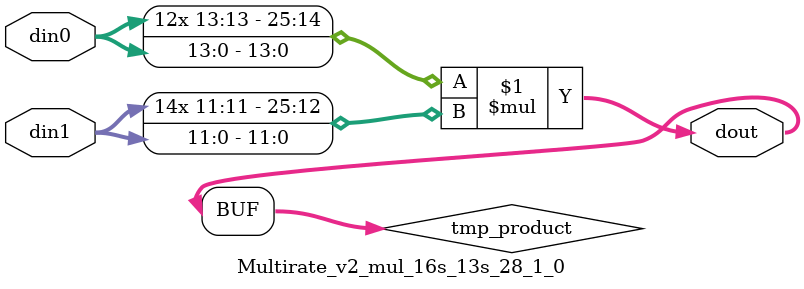
<source format=v>

`timescale 1 ns / 1 ps

 module Multirate_v2_mul_16s_13s_28_1_0(din0, din1, dout);
parameter ID = 1;
parameter NUM_STAGE = 0;
parameter din0_WIDTH = 14;
parameter din1_WIDTH = 12;
parameter dout_WIDTH = 26;

input [din0_WIDTH - 1 : 0] din0; 
input [din1_WIDTH - 1 : 0] din1; 
output [dout_WIDTH - 1 : 0] dout;

wire signed [dout_WIDTH - 1 : 0] tmp_product;



























assign tmp_product = $signed(din0) * $signed(din1);








assign dout = tmp_product;





















endmodule

</source>
